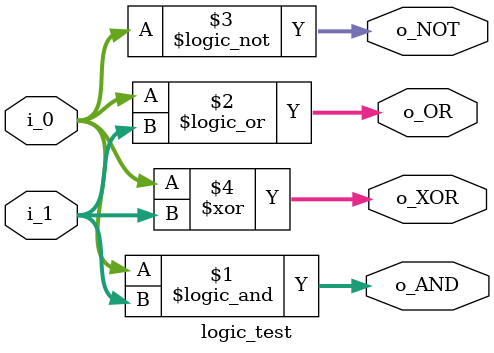
<source format=v>
module logic_test(i_0, i_1, o_AND, o_OR, o_NOT, o_XOR);
input [3:0] i_0;
input [3:0] i_1;
output [3:0] o_AND;
output [3:0] o_OR;
output [3:0] o_NOT;
output [3:0] o_XOR;
assign o_AND = i_0 && i_1;
assign o_OR = i_0 || i_1;
assign o_NOT = !i_0;
assign o_XOR = i_0 ^ i_1;
endmodule

</source>
